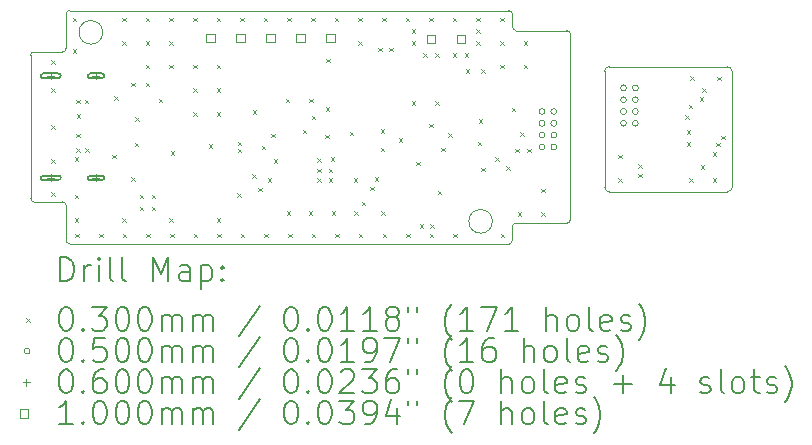
<source format=gbr>
%FSLAX45Y45*%
G04 Gerber Fmt 4.5, Leading zero omitted, Abs format (unit mm)*
G04 Created by KiCad (PCBNEW (6.0.1)) date 2023-03-18 21:32:50*
%MOMM*%
%LPD*%
G01*
G04 APERTURE LIST*
%TA.AperFunction,Profile*%
%ADD10C,0.100000*%
%TD*%
%ADD11C,0.200000*%
%ADD12C,0.030000*%
%ADD13C,0.050000*%
%ADD14C,0.060000*%
%ADD15C,0.100000*%
G04 APERTURE END LIST*
D10*
X8920000Y-15125000D02*
G75*
G03*
X8890000Y-15155000I0J-30000D01*
G01*
X5110000Y-15270000D02*
G75*
G03*
X5140000Y-15300000I30000J0D01*
G01*
X8860000Y-13325000D02*
X5140000Y-13325000D01*
X8860000Y-15300000D02*
G75*
G03*
X8890000Y-15270000I0J30000D01*
G01*
X5140000Y-13325000D02*
G75*
G03*
X5110000Y-13355000I0J-30000D01*
G01*
X10750000Y-13840000D02*
G75*
G03*
X10710000Y-13800000I-40000J0D01*
G01*
X10710000Y-14860000D02*
G75*
G03*
X10750000Y-14820000I0J40000D01*
G01*
X5110000Y-14975000D02*
G75*
G03*
X5080000Y-14945000I-30000J0D01*
G01*
X4840000Y-13675000D02*
G75*
G03*
X4810000Y-13705000I0J-30000D01*
G01*
X9350000Y-15125000D02*
G75*
G03*
X9380000Y-15095000I0J30000D01*
G01*
X9670000Y-13840000D02*
X9670000Y-14820000D01*
X5110000Y-14975000D02*
X5110000Y-15270000D01*
X5420000Y-13510000D02*
G75*
G03*
X5420000Y-13510000I-100000J0D01*
G01*
X9350000Y-13495000D02*
X8920000Y-13495000D01*
X9710000Y-13800000D02*
G75*
G03*
X9670000Y-13840000I0J-40000D01*
G01*
X9380000Y-13525000D02*
G75*
G03*
X9350000Y-13495000I-30000J0D01*
G01*
X4840000Y-14945000D02*
X5080000Y-14945000D01*
X8890000Y-13465000D02*
X8890000Y-13355000D01*
X9670000Y-14820000D02*
G75*
G03*
X9710000Y-14860000I40000J0D01*
G01*
X8890000Y-13465000D02*
G75*
G03*
X8920000Y-13495000I30000J0D01*
G01*
X5140000Y-15300000D02*
X8860000Y-15300000D01*
X5110000Y-13645000D02*
X5110000Y-13355000D01*
X4810000Y-14915000D02*
G75*
G03*
X4840000Y-14945000I30000J0D01*
G01*
X8890000Y-15270000D02*
X8890000Y-15155000D01*
X8920000Y-15125000D02*
X9350000Y-15125000D01*
X8890000Y-13355000D02*
G75*
G03*
X8860000Y-13325000I-30000J0D01*
G01*
X8720000Y-15110000D02*
G75*
G03*
X8720000Y-15110000I-100000J0D01*
G01*
X4810000Y-14915000D02*
X4810000Y-13705000D01*
X4840000Y-13675000D02*
X5080000Y-13675000D01*
X10750000Y-14820000D02*
X10750000Y-13840000D01*
X9710000Y-14860000D02*
X10710000Y-14860000D01*
X9380000Y-15095000D02*
X9380000Y-13525000D01*
X10710000Y-13800000D02*
X9710000Y-13800000D01*
X5080000Y-13675000D02*
G75*
G03*
X5110000Y-13645000I0J30000D01*
G01*
D11*
D12*
X4985000Y-13745000D02*
X5015000Y-13775000D01*
X5015000Y-13745000D02*
X4985000Y-13775000D01*
X4985000Y-13985000D02*
X5015000Y-14015000D01*
X5015000Y-13985000D02*
X4985000Y-14015000D01*
X4985000Y-14295000D02*
X5015000Y-14325000D01*
X5015000Y-14295000D02*
X4985000Y-14325000D01*
X4985000Y-14585000D02*
X5015000Y-14615000D01*
X5015000Y-14585000D02*
X4985000Y-14615000D01*
X4985000Y-14865000D02*
X5015000Y-14895000D01*
X5015000Y-14865000D02*
X4985000Y-14895000D01*
X5165000Y-13385000D02*
X5195000Y-13415000D01*
X5195000Y-13385000D02*
X5165000Y-13415000D01*
X5165000Y-13655000D02*
X5195000Y-13685000D01*
X5195000Y-13655000D02*
X5165000Y-13685000D01*
X5185000Y-14565000D02*
X5215000Y-14595000D01*
X5215000Y-14565000D02*
X5185000Y-14595000D01*
X5185000Y-14885000D02*
X5215000Y-14915000D01*
X5215000Y-14885000D02*
X5185000Y-14915000D01*
X5185000Y-15085000D02*
X5215000Y-15115000D01*
X5215000Y-15085000D02*
X5185000Y-15115000D01*
X5190000Y-15215000D02*
X5220000Y-15245000D01*
X5220000Y-15215000D02*
X5190000Y-15245000D01*
X5195000Y-14080000D02*
X5225000Y-14110000D01*
X5225000Y-14080000D02*
X5195000Y-14110000D01*
X5195000Y-14370000D02*
X5225000Y-14400000D01*
X5225000Y-14370000D02*
X5195000Y-14400000D01*
X5195000Y-14490000D02*
X5225000Y-14520000D01*
X5225000Y-14490000D02*
X5195000Y-14520000D01*
X5200000Y-14205000D02*
X5230000Y-14235000D01*
X5230000Y-14205000D02*
X5200000Y-14235000D01*
X5270000Y-14080000D02*
X5300000Y-14110000D01*
X5300000Y-14080000D02*
X5270000Y-14110000D01*
X5272408Y-14490262D02*
X5302408Y-14520262D01*
X5302408Y-14490262D02*
X5272408Y-14520262D01*
X5390000Y-15215000D02*
X5420000Y-15245000D01*
X5420000Y-15215000D02*
X5390000Y-15245000D01*
X5500000Y-14545000D02*
X5530000Y-14575000D01*
X5530000Y-14545000D02*
X5500000Y-14575000D01*
X5520000Y-14050000D02*
X5550000Y-14080000D01*
X5550000Y-14050000D02*
X5520000Y-14080000D01*
X5585000Y-13385000D02*
X5615000Y-13415000D01*
X5615000Y-13385000D02*
X5585000Y-13415000D01*
X5585000Y-13585000D02*
X5615000Y-13615000D01*
X5615000Y-13585000D02*
X5585000Y-13615000D01*
X5585000Y-15085000D02*
X5615000Y-15115000D01*
X5615000Y-15085000D02*
X5585000Y-15115000D01*
X5590000Y-15215000D02*
X5620000Y-15245000D01*
X5620000Y-15215000D02*
X5590000Y-15245000D01*
X5660000Y-13935000D02*
X5690000Y-13965000D01*
X5690000Y-13935000D02*
X5660000Y-13965000D01*
X5660000Y-14735000D02*
X5690000Y-14765000D01*
X5690000Y-14735000D02*
X5660000Y-14765000D01*
X5690000Y-14445000D02*
X5720000Y-14475000D01*
X5720000Y-14445000D02*
X5690000Y-14475000D01*
X5695000Y-14230000D02*
X5725000Y-14260000D01*
X5725000Y-14230000D02*
X5695000Y-14260000D01*
X5735000Y-14885000D02*
X5765000Y-14915000D01*
X5765000Y-14885000D02*
X5735000Y-14915000D01*
X5735000Y-14985000D02*
X5765000Y-15015000D01*
X5765000Y-14985000D02*
X5735000Y-15015000D01*
X5785000Y-13385000D02*
X5815000Y-13415000D01*
X5815000Y-13385000D02*
X5785000Y-13415000D01*
X5785000Y-13585000D02*
X5815000Y-13615000D01*
X5815000Y-13585000D02*
X5785000Y-13615000D01*
X5785000Y-13785000D02*
X5815000Y-13815000D01*
X5815000Y-13785000D02*
X5785000Y-13815000D01*
X5785000Y-13935000D02*
X5815000Y-13965000D01*
X5815000Y-13935000D02*
X5785000Y-13965000D01*
X5790000Y-15215000D02*
X5820000Y-15245000D01*
X5820000Y-15215000D02*
X5790000Y-15245000D01*
X5835000Y-14885000D02*
X5865000Y-14915000D01*
X5865000Y-14885000D02*
X5835000Y-14915000D01*
X5835000Y-14985000D02*
X5865000Y-15015000D01*
X5865000Y-14985000D02*
X5835000Y-15015000D01*
X5895000Y-14070000D02*
X5925000Y-14100000D01*
X5925000Y-14070000D02*
X5895000Y-14100000D01*
X5984901Y-15084092D02*
X6014901Y-15114092D01*
X6014901Y-15084092D02*
X5984901Y-15114092D01*
X5985000Y-13385000D02*
X6015000Y-13415000D01*
X6015000Y-13385000D02*
X5985000Y-13415000D01*
X5985000Y-13585000D02*
X6015000Y-13615000D01*
X6015000Y-13585000D02*
X5985000Y-13615000D01*
X5985000Y-13785000D02*
X6015000Y-13815000D01*
X6015000Y-13785000D02*
X5985000Y-13815000D01*
X5990000Y-15215000D02*
X6020000Y-15245000D01*
X6020000Y-15215000D02*
X5990000Y-15245000D01*
X5995000Y-14515000D02*
X6025000Y-14545000D01*
X6025000Y-14515000D02*
X5995000Y-14545000D01*
X6185000Y-13385000D02*
X6215000Y-13415000D01*
X6215000Y-13385000D02*
X6185000Y-13415000D01*
X6185000Y-13785000D02*
X6215000Y-13815000D01*
X6215000Y-13785000D02*
X6185000Y-13815000D01*
X6185000Y-13985000D02*
X6215000Y-14015000D01*
X6215000Y-13985000D02*
X6185000Y-14015000D01*
X6185000Y-14185000D02*
X6215000Y-14215000D01*
X6215000Y-14185000D02*
X6185000Y-14215000D01*
X6190000Y-15215000D02*
X6220000Y-15245000D01*
X6220000Y-15215000D02*
X6190000Y-15245000D01*
X6320000Y-14455000D02*
X6350000Y-14485000D01*
X6350000Y-14455000D02*
X6320000Y-14485000D01*
X6385000Y-13385000D02*
X6415000Y-13415000D01*
X6415000Y-13385000D02*
X6385000Y-13415000D01*
X6385000Y-13785000D02*
X6415000Y-13815000D01*
X6415000Y-13785000D02*
X6385000Y-13815000D01*
X6385000Y-13985000D02*
X6415000Y-14015000D01*
X6415000Y-13985000D02*
X6385000Y-14015000D01*
X6385000Y-14185000D02*
X6415000Y-14215000D01*
X6415000Y-14185000D02*
X6385000Y-14215000D01*
X6385000Y-15085000D02*
X6415000Y-15115000D01*
X6415000Y-15085000D02*
X6385000Y-15115000D01*
X6390000Y-15215000D02*
X6420000Y-15245000D01*
X6420000Y-15215000D02*
X6390000Y-15245000D01*
X6558740Y-14874083D02*
X6588740Y-14904083D01*
X6588740Y-14874083D02*
X6558740Y-14904083D01*
X6565000Y-14435000D02*
X6595000Y-14465000D01*
X6595000Y-14435000D02*
X6565000Y-14465000D01*
X6565000Y-14495000D02*
X6595000Y-14525000D01*
X6595000Y-14495000D02*
X6565000Y-14525000D01*
X6585000Y-13385000D02*
X6615000Y-13415000D01*
X6615000Y-13385000D02*
X6585000Y-13415000D01*
X6590000Y-15215000D02*
X6620000Y-15245000D01*
X6620000Y-15215000D02*
X6590000Y-15245000D01*
X6685000Y-14710000D02*
X6715000Y-14740000D01*
X6715000Y-14710000D02*
X6685000Y-14740000D01*
X6690000Y-14170000D02*
X6720000Y-14200000D01*
X6720000Y-14170000D02*
X6690000Y-14200000D01*
X6735000Y-14825000D02*
X6765000Y-14855000D01*
X6765000Y-14825000D02*
X6735000Y-14855000D01*
X6765000Y-14470000D02*
X6795000Y-14500000D01*
X6795000Y-14470000D02*
X6765000Y-14500000D01*
X6785000Y-13385000D02*
X6815000Y-13415000D01*
X6815000Y-13385000D02*
X6785000Y-13415000D01*
X6790000Y-15215000D02*
X6820000Y-15245000D01*
X6820000Y-15215000D02*
X6790000Y-15245000D01*
X6817450Y-14745000D02*
X6847450Y-14775000D01*
X6847450Y-14745000D02*
X6817450Y-14775000D01*
X6845000Y-14370000D02*
X6875000Y-14400000D01*
X6875000Y-14370000D02*
X6845000Y-14400000D01*
X6867450Y-14585000D02*
X6897450Y-14615000D01*
X6897450Y-14585000D02*
X6867450Y-14615000D01*
X6970000Y-14070000D02*
X7000000Y-14100000D01*
X7000000Y-14070000D02*
X6970000Y-14100000D01*
X6980000Y-15025000D02*
X7010000Y-15055000D01*
X7010000Y-15025000D02*
X6980000Y-15055000D01*
X6985000Y-13385000D02*
X7015000Y-13415000D01*
X7015000Y-13385000D02*
X6985000Y-13415000D01*
X6990000Y-15215000D02*
X7020000Y-15245000D01*
X7020000Y-15215000D02*
X6990000Y-15245000D01*
X7115384Y-14332550D02*
X7145384Y-14362550D01*
X7145384Y-14332550D02*
X7115384Y-14362550D01*
X7165000Y-15025000D02*
X7195000Y-15055000D01*
X7195000Y-15025000D02*
X7165000Y-15055000D01*
X7170000Y-14070000D02*
X7200000Y-14100000D01*
X7200000Y-14070000D02*
X7170000Y-14100000D01*
X7185000Y-13385000D02*
X7215000Y-13415000D01*
X7215000Y-13385000D02*
X7185000Y-13415000D01*
X7190000Y-14215000D02*
X7220000Y-14245000D01*
X7220000Y-14215000D02*
X7190000Y-14245000D01*
X7190000Y-15215000D02*
X7220000Y-15245000D01*
X7220000Y-15215000D02*
X7190000Y-15245000D01*
X7235000Y-14575000D02*
X7265000Y-14605000D01*
X7265000Y-14575000D02*
X7235000Y-14605000D01*
X7235000Y-14665000D02*
X7265000Y-14695000D01*
X7265000Y-14665000D02*
X7235000Y-14695000D01*
X7235000Y-14745000D02*
X7265000Y-14775000D01*
X7265000Y-14745000D02*
X7235000Y-14775000D01*
X7305000Y-14377550D02*
X7335000Y-14407550D01*
X7335000Y-14377550D02*
X7305000Y-14407550D01*
X7310000Y-14145000D02*
X7340000Y-14175000D01*
X7340000Y-14145000D02*
X7310000Y-14175000D01*
X7315000Y-13735000D02*
X7345000Y-13765000D01*
X7345000Y-13735000D02*
X7315000Y-13765000D01*
X7335000Y-14665000D02*
X7365000Y-14695000D01*
X7365000Y-14665000D02*
X7335000Y-14695000D01*
X7335000Y-14745000D02*
X7365000Y-14775000D01*
X7365000Y-14745000D02*
X7335000Y-14775000D01*
X7350000Y-14565000D02*
X7380000Y-14595000D01*
X7380000Y-14565000D02*
X7350000Y-14595000D01*
X7360000Y-15025000D02*
X7390000Y-15055000D01*
X7390000Y-15025000D02*
X7360000Y-15055000D01*
X7385000Y-13385000D02*
X7415000Y-13415000D01*
X7415000Y-13385000D02*
X7385000Y-13415000D01*
X7390000Y-15215000D02*
X7420000Y-15245000D01*
X7420000Y-15215000D02*
X7390000Y-15245000D01*
X7511490Y-14352450D02*
X7541490Y-14382450D01*
X7541490Y-14352450D02*
X7511490Y-14382450D01*
X7545000Y-14745000D02*
X7575000Y-14775000D01*
X7575000Y-14745000D02*
X7545000Y-14775000D01*
X7550000Y-15025000D02*
X7580000Y-15055000D01*
X7580000Y-15025000D02*
X7550000Y-15055000D01*
X7585000Y-13385000D02*
X7615000Y-13415000D01*
X7615000Y-13385000D02*
X7585000Y-13415000D01*
X7585000Y-13585000D02*
X7615000Y-13615000D01*
X7615000Y-13585000D02*
X7585000Y-13615000D01*
X7590000Y-15215000D02*
X7620000Y-15245000D01*
X7620000Y-15215000D02*
X7590000Y-15245000D01*
X7615000Y-14943200D02*
X7645000Y-14973200D01*
X7645000Y-14943200D02*
X7615000Y-14973200D01*
X7685000Y-14815000D02*
X7715000Y-14845000D01*
X7715000Y-14815000D02*
X7685000Y-14845000D01*
X7725000Y-14735000D02*
X7755000Y-14765000D01*
X7755000Y-14735000D02*
X7725000Y-14765000D01*
X7755000Y-13640000D02*
X7785000Y-13670000D01*
X7785000Y-13640000D02*
X7755000Y-13670000D01*
X7775000Y-14485000D02*
X7805000Y-14515000D01*
X7805000Y-14485000D02*
X7775000Y-14515000D01*
X7775850Y-14328006D02*
X7805850Y-14358006D01*
X7805850Y-14328006D02*
X7775850Y-14358006D01*
X7780000Y-15025000D02*
X7810000Y-15055000D01*
X7810000Y-15025000D02*
X7780000Y-15055000D01*
X7785000Y-13385000D02*
X7815000Y-13415000D01*
X7815000Y-13385000D02*
X7785000Y-13415000D01*
X7790000Y-15215000D02*
X7820000Y-15245000D01*
X7820000Y-15215000D02*
X7790000Y-15245000D01*
X7845000Y-13640000D02*
X7875000Y-13670000D01*
X7875000Y-13640000D02*
X7845000Y-13670000D01*
X7925000Y-14405000D02*
X7955000Y-14435000D01*
X7955000Y-14405000D02*
X7925000Y-14435000D01*
X7985000Y-13385000D02*
X8015000Y-13415000D01*
X8015000Y-13385000D02*
X7985000Y-13415000D01*
X7990000Y-15215000D02*
X8020000Y-15245000D01*
X8020000Y-15215000D02*
X7990000Y-15245000D01*
X8035000Y-13485000D02*
X8065000Y-13515000D01*
X8065000Y-13485000D02*
X8035000Y-13515000D01*
X8035000Y-13585000D02*
X8065000Y-13615000D01*
X8065000Y-13585000D02*
X8035000Y-13615000D01*
X8035000Y-14095000D02*
X8065000Y-14125000D01*
X8065000Y-14095000D02*
X8035000Y-14125000D01*
X8075000Y-14605000D02*
X8105000Y-14635000D01*
X8105000Y-14605000D02*
X8075000Y-14635000D01*
X8105000Y-15135000D02*
X8135000Y-15165000D01*
X8135000Y-15135000D02*
X8105000Y-15165000D01*
X8135000Y-13685000D02*
X8165000Y-13715000D01*
X8165000Y-13685000D02*
X8135000Y-13715000D01*
X8185000Y-13385000D02*
X8215000Y-13415000D01*
X8215000Y-13385000D02*
X8185000Y-13415000D01*
X8185000Y-14285000D02*
X8215000Y-14315000D01*
X8215000Y-14285000D02*
X8185000Y-14315000D01*
X8190000Y-15215000D02*
X8220000Y-15245000D01*
X8220000Y-15215000D02*
X8190000Y-15245000D01*
X8195000Y-15135000D02*
X8225000Y-15165000D01*
X8225000Y-15135000D02*
X8195000Y-15165000D01*
X8235000Y-13685000D02*
X8265000Y-13715000D01*
X8265000Y-13685000D02*
X8235000Y-13715000D01*
X8235000Y-14095000D02*
X8265000Y-14125000D01*
X8265000Y-14095000D02*
X8235000Y-14125000D01*
X8257361Y-14851408D02*
X8287361Y-14881408D01*
X8287361Y-14851408D02*
X8257361Y-14881408D01*
X8285000Y-14485000D02*
X8315000Y-14515000D01*
X8315000Y-14485000D02*
X8285000Y-14515000D01*
X8345000Y-14365000D02*
X8375000Y-14395000D01*
X8375000Y-14365000D02*
X8345000Y-14395000D01*
X8385000Y-13385000D02*
X8415000Y-13415000D01*
X8415000Y-13385000D02*
X8385000Y-13415000D01*
X8385000Y-13685000D02*
X8415000Y-13715000D01*
X8415000Y-13685000D02*
X8385000Y-13715000D01*
X8390000Y-15215000D02*
X8420000Y-15245000D01*
X8420000Y-15215000D02*
X8390000Y-15245000D01*
X8485000Y-13685000D02*
X8515000Y-13715000D01*
X8515000Y-13685000D02*
X8485000Y-13715000D01*
X8495000Y-13820000D02*
X8525000Y-13850000D01*
X8525000Y-13820000D02*
X8495000Y-13850000D01*
X8585000Y-13385000D02*
X8615000Y-13415000D01*
X8615000Y-13385000D02*
X8585000Y-13415000D01*
X8585000Y-13485000D02*
X8615000Y-13515000D01*
X8615000Y-13485000D02*
X8585000Y-13515000D01*
X8585000Y-13585000D02*
X8615000Y-13615000D01*
X8615000Y-13585000D02*
X8585000Y-13615000D01*
X8595000Y-14435000D02*
X8625000Y-14465000D01*
X8625000Y-14435000D02*
X8595000Y-14465000D01*
X8605000Y-14245000D02*
X8635000Y-14275000D01*
X8635000Y-14245000D02*
X8605000Y-14275000D01*
X8625000Y-13820000D02*
X8655000Y-13850000D01*
X8655000Y-13820000D02*
X8625000Y-13850000D01*
X8625000Y-14655000D02*
X8655000Y-14685000D01*
X8655000Y-14655000D02*
X8625000Y-14685000D01*
X8745000Y-14565000D02*
X8775000Y-14595000D01*
X8775000Y-14565000D02*
X8745000Y-14595000D01*
X8785000Y-13385000D02*
X8815000Y-13415000D01*
X8815000Y-13385000D02*
X8785000Y-13415000D01*
X8785000Y-13585000D02*
X8815000Y-13615000D01*
X8815000Y-13585000D02*
X8785000Y-13615000D01*
X8785000Y-13785000D02*
X8815000Y-13815000D01*
X8815000Y-13785000D02*
X8785000Y-13815000D01*
X8790000Y-15215000D02*
X8820000Y-15245000D01*
X8820000Y-15215000D02*
X8790000Y-15245000D01*
X8835000Y-14645000D02*
X8865000Y-14675000D01*
X8865000Y-14645000D02*
X8835000Y-14675000D01*
X8885000Y-14147450D02*
X8915000Y-14177450D01*
X8915000Y-14147450D02*
X8885000Y-14177450D01*
X8915000Y-14495000D02*
X8945000Y-14525000D01*
X8945000Y-14495000D02*
X8915000Y-14525000D01*
X8935000Y-15035000D02*
X8965000Y-15065000D01*
X8965000Y-15035000D02*
X8935000Y-15065000D01*
X8955000Y-14355000D02*
X8985000Y-14385000D01*
X8985000Y-14355000D02*
X8955000Y-14385000D01*
X8985000Y-13585000D02*
X9015000Y-13615000D01*
X9015000Y-13585000D02*
X8985000Y-13615000D01*
X8985000Y-13785000D02*
X9015000Y-13815000D01*
X9015000Y-13785000D02*
X8985000Y-13815000D01*
X9015000Y-14495000D02*
X9045000Y-14525000D01*
X9045000Y-14495000D02*
X9015000Y-14525000D01*
X9135000Y-14835000D02*
X9165000Y-14865000D01*
X9165000Y-14835000D02*
X9135000Y-14865000D01*
X9135000Y-15035000D02*
X9165000Y-15065000D01*
X9165000Y-15035000D02*
X9135000Y-15065000D01*
X9785000Y-14545000D02*
X9815000Y-14575000D01*
X9815000Y-14545000D02*
X9785000Y-14575000D01*
X9785000Y-14745000D02*
X9815000Y-14775000D01*
X9815000Y-14745000D02*
X9785000Y-14775000D01*
X9955000Y-14625000D02*
X9985000Y-14655000D01*
X9985000Y-14625000D02*
X9955000Y-14655000D01*
X9955000Y-14705000D02*
X9985000Y-14735000D01*
X9985000Y-14705000D02*
X9955000Y-14735000D01*
X10352265Y-14210290D02*
X10382265Y-14240290D01*
X10382265Y-14210290D02*
X10352265Y-14240290D01*
X10364358Y-14340004D02*
X10394358Y-14370004D01*
X10394358Y-14340004D02*
X10364358Y-14370004D01*
X10364360Y-14440003D02*
X10394360Y-14470003D01*
X10394360Y-14440003D02*
X10364360Y-14470003D01*
X10383275Y-14122955D02*
X10413275Y-14152955D01*
X10413275Y-14122955D02*
X10383275Y-14152955D01*
X10385000Y-14745000D02*
X10415000Y-14775000D01*
X10415000Y-14745000D02*
X10385000Y-14775000D01*
X10395000Y-13882647D02*
X10425000Y-13912647D01*
X10425000Y-13882647D02*
X10395000Y-13912647D01*
X10474300Y-14060982D02*
X10504300Y-14090982D01*
X10504300Y-14060982D02*
X10474300Y-14090982D01*
X10485000Y-14635000D02*
X10515000Y-14665000D01*
X10515000Y-14635000D02*
X10485000Y-14665000D01*
X10494495Y-13983624D02*
X10524495Y-14013624D01*
X10524495Y-13983624D02*
X10494495Y-14013624D01*
X10585000Y-14525000D02*
X10615000Y-14555000D01*
X10615000Y-14525000D02*
X10585000Y-14555000D01*
X10585000Y-14745000D02*
X10615000Y-14775000D01*
X10615000Y-14745000D02*
X10585000Y-14775000D01*
X10615000Y-14445000D02*
X10645000Y-14475000D01*
X10645000Y-14445000D02*
X10615000Y-14475000D01*
X10625000Y-13885000D02*
X10655000Y-13915000D01*
X10655000Y-13885000D02*
X10625000Y-13915000D01*
X10655000Y-14385000D02*
X10685000Y-14415000D01*
X10685000Y-14385000D02*
X10655000Y-14415000D01*
D13*
X9165000Y-14180000D02*
G75*
G03*
X9165000Y-14180000I-25000J0D01*
G01*
X9165000Y-14280000D02*
G75*
G03*
X9165000Y-14280000I-25000J0D01*
G01*
X9165000Y-14380000D02*
G75*
G03*
X9165000Y-14380000I-25000J0D01*
G01*
X9165000Y-14480000D02*
G75*
G03*
X9165000Y-14480000I-25000J0D01*
G01*
X9265000Y-14180000D02*
G75*
G03*
X9265000Y-14180000I-25000J0D01*
G01*
X9265000Y-14280000D02*
G75*
G03*
X9265000Y-14280000I-25000J0D01*
G01*
X9265000Y-14380000D02*
G75*
G03*
X9265000Y-14380000I-25000J0D01*
G01*
X9265000Y-14480000D02*
G75*
G03*
X9265000Y-14480000I-25000J0D01*
G01*
X9855000Y-13980000D02*
G75*
G03*
X9855000Y-13980000I-25000J0D01*
G01*
X9855000Y-14080000D02*
G75*
G03*
X9855000Y-14080000I-25000J0D01*
G01*
X9855000Y-14180000D02*
G75*
G03*
X9855000Y-14180000I-25000J0D01*
G01*
X9855000Y-14280000D02*
G75*
G03*
X9855000Y-14280000I-25000J0D01*
G01*
X9955000Y-13980000D02*
G75*
G03*
X9955000Y-13980000I-25000J0D01*
G01*
X9955000Y-14080000D02*
G75*
G03*
X9955000Y-14080000I-25000J0D01*
G01*
X9955000Y-14180000D02*
G75*
G03*
X9955000Y-14180000I-25000J0D01*
G01*
X9955000Y-14280000D02*
G75*
G03*
X9955000Y-14280000I-25000J0D01*
G01*
D14*
X4980000Y-13848000D02*
X4980000Y-13908000D01*
X4950000Y-13878000D02*
X5010000Y-13878000D01*
D11*
X5045000Y-13858000D02*
X4915000Y-13858000D01*
X5045000Y-13898000D02*
X4915000Y-13898000D01*
X4915000Y-13858000D02*
G75*
G03*
X4915000Y-13898000I0J-20000D01*
G01*
X5045000Y-13898000D02*
G75*
G03*
X5045000Y-13858000I0J20000D01*
G01*
D14*
X4980000Y-14712000D02*
X4980000Y-14772000D01*
X4950000Y-14742000D02*
X5010000Y-14742000D01*
D11*
X5045000Y-14722000D02*
X4915000Y-14722000D01*
X5045000Y-14762000D02*
X4915000Y-14762000D01*
X4915000Y-14722000D02*
G75*
G03*
X4915000Y-14762000I0J-20000D01*
G01*
X5045000Y-14762000D02*
G75*
G03*
X5045000Y-14722000I0J20000D01*
G01*
D14*
X5362500Y-13848000D02*
X5362500Y-13908000D01*
X5332500Y-13878000D02*
X5392500Y-13878000D01*
D11*
X5412500Y-13858000D02*
X5312500Y-13858000D01*
X5412500Y-13898000D02*
X5312500Y-13898000D01*
X5312500Y-13858000D02*
G75*
G03*
X5312500Y-13898000I0J-20000D01*
G01*
X5412500Y-13898000D02*
G75*
G03*
X5412500Y-13858000I0J20000D01*
G01*
D14*
X5362500Y-14712000D02*
X5362500Y-14772000D01*
X5332500Y-14742000D02*
X5392500Y-14742000D01*
D11*
X5412500Y-14722000D02*
X5312500Y-14722000D01*
X5412500Y-14762000D02*
X5312500Y-14762000D01*
X5312500Y-14722000D02*
G75*
G03*
X5312500Y-14762000I0J-20000D01*
G01*
X5412500Y-14762000D02*
G75*
G03*
X5412500Y-14722000I0J20000D01*
G01*
D15*
X6367856Y-13595356D02*
X6367856Y-13524644D01*
X6297144Y-13524644D01*
X6297144Y-13595356D01*
X6367856Y-13595356D01*
X6621856Y-13595356D02*
X6621856Y-13524644D01*
X6551144Y-13524644D01*
X6551144Y-13595356D01*
X6621856Y-13595356D01*
X6875856Y-13595356D02*
X6875856Y-13524644D01*
X6805144Y-13524644D01*
X6805144Y-13595356D01*
X6875856Y-13595356D01*
X7129856Y-13595356D02*
X7129856Y-13524644D01*
X7059144Y-13524644D01*
X7059144Y-13595356D01*
X7129856Y-13595356D01*
X7383856Y-13595356D02*
X7383856Y-13524644D01*
X7313144Y-13524644D01*
X7313144Y-13595356D01*
X7383856Y-13595356D01*
X8237856Y-13600356D02*
X8237856Y-13529644D01*
X8167144Y-13529644D01*
X8167144Y-13600356D01*
X8237856Y-13600356D01*
X8491856Y-13600356D02*
X8491856Y-13529644D01*
X8421144Y-13529644D01*
X8421144Y-13600356D01*
X8491856Y-13600356D01*
D11*
X5062619Y-15615476D02*
X5062619Y-15415476D01*
X5110238Y-15415476D01*
X5138810Y-15425000D01*
X5157857Y-15444048D01*
X5167381Y-15463095D01*
X5176905Y-15501190D01*
X5176905Y-15529762D01*
X5167381Y-15567857D01*
X5157857Y-15586905D01*
X5138810Y-15605952D01*
X5110238Y-15615476D01*
X5062619Y-15615476D01*
X5262619Y-15615476D02*
X5262619Y-15482143D01*
X5262619Y-15520238D02*
X5272143Y-15501190D01*
X5281667Y-15491667D01*
X5300714Y-15482143D01*
X5319762Y-15482143D01*
X5386429Y-15615476D02*
X5386429Y-15482143D01*
X5386429Y-15415476D02*
X5376905Y-15425000D01*
X5386429Y-15434524D01*
X5395952Y-15425000D01*
X5386429Y-15415476D01*
X5386429Y-15434524D01*
X5510238Y-15615476D02*
X5491190Y-15605952D01*
X5481667Y-15586905D01*
X5481667Y-15415476D01*
X5615000Y-15615476D02*
X5595952Y-15605952D01*
X5586429Y-15586905D01*
X5586429Y-15415476D01*
X5843571Y-15615476D02*
X5843571Y-15415476D01*
X5910238Y-15558333D01*
X5976905Y-15415476D01*
X5976905Y-15615476D01*
X6157857Y-15615476D02*
X6157857Y-15510714D01*
X6148333Y-15491667D01*
X6129286Y-15482143D01*
X6091190Y-15482143D01*
X6072143Y-15491667D01*
X6157857Y-15605952D02*
X6138809Y-15615476D01*
X6091190Y-15615476D01*
X6072143Y-15605952D01*
X6062619Y-15586905D01*
X6062619Y-15567857D01*
X6072143Y-15548809D01*
X6091190Y-15539286D01*
X6138809Y-15539286D01*
X6157857Y-15529762D01*
X6253095Y-15482143D02*
X6253095Y-15682143D01*
X6253095Y-15491667D02*
X6272143Y-15482143D01*
X6310238Y-15482143D01*
X6329286Y-15491667D01*
X6338809Y-15501190D01*
X6348333Y-15520238D01*
X6348333Y-15577381D01*
X6338809Y-15596428D01*
X6329286Y-15605952D01*
X6310238Y-15615476D01*
X6272143Y-15615476D01*
X6253095Y-15605952D01*
X6434048Y-15596428D02*
X6443571Y-15605952D01*
X6434048Y-15615476D01*
X6424524Y-15605952D01*
X6434048Y-15596428D01*
X6434048Y-15615476D01*
X6434048Y-15491667D02*
X6443571Y-15501190D01*
X6434048Y-15510714D01*
X6424524Y-15501190D01*
X6434048Y-15491667D01*
X6434048Y-15510714D01*
D12*
X4775000Y-15930000D02*
X4805000Y-15960000D01*
X4805000Y-15930000D02*
X4775000Y-15960000D01*
D11*
X5100714Y-15835476D02*
X5119762Y-15835476D01*
X5138810Y-15845000D01*
X5148333Y-15854524D01*
X5157857Y-15873571D01*
X5167381Y-15911667D01*
X5167381Y-15959286D01*
X5157857Y-15997381D01*
X5148333Y-16016428D01*
X5138810Y-16025952D01*
X5119762Y-16035476D01*
X5100714Y-16035476D01*
X5081667Y-16025952D01*
X5072143Y-16016428D01*
X5062619Y-15997381D01*
X5053095Y-15959286D01*
X5053095Y-15911667D01*
X5062619Y-15873571D01*
X5072143Y-15854524D01*
X5081667Y-15845000D01*
X5100714Y-15835476D01*
X5253095Y-16016428D02*
X5262619Y-16025952D01*
X5253095Y-16035476D01*
X5243571Y-16025952D01*
X5253095Y-16016428D01*
X5253095Y-16035476D01*
X5329286Y-15835476D02*
X5453095Y-15835476D01*
X5386429Y-15911667D01*
X5415000Y-15911667D01*
X5434048Y-15921190D01*
X5443571Y-15930714D01*
X5453095Y-15949762D01*
X5453095Y-15997381D01*
X5443571Y-16016428D01*
X5434048Y-16025952D01*
X5415000Y-16035476D01*
X5357857Y-16035476D01*
X5338810Y-16025952D01*
X5329286Y-16016428D01*
X5576905Y-15835476D02*
X5595952Y-15835476D01*
X5615000Y-15845000D01*
X5624524Y-15854524D01*
X5634048Y-15873571D01*
X5643571Y-15911667D01*
X5643571Y-15959286D01*
X5634048Y-15997381D01*
X5624524Y-16016428D01*
X5615000Y-16025952D01*
X5595952Y-16035476D01*
X5576905Y-16035476D01*
X5557857Y-16025952D01*
X5548333Y-16016428D01*
X5538810Y-15997381D01*
X5529286Y-15959286D01*
X5529286Y-15911667D01*
X5538810Y-15873571D01*
X5548333Y-15854524D01*
X5557857Y-15845000D01*
X5576905Y-15835476D01*
X5767381Y-15835476D02*
X5786428Y-15835476D01*
X5805476Y-15845000D01*
X5815000Y-15854524D01*
X5824524Y-15873571D01*
X5834048Y-15911667D01*
X5834048Y-15959286D01*
X5824524Y-15997381D01*
X5815000Y-16016428D01*
X5805476Y-16025952D01*
X5786428Y-16035476D01*
X5767381Y-16035476D01*
X5748333Y-16025952D01*
X5738809Y-16016428D01*
X5729286Y-15997381D01*
X5719762Y-15959286D01*
X5719762Y-15911667D01*
X5729286Y-15873571D01*
X5738809Y-15854524D01*
X5748333Y-15845000D01*
X5767381Y-15835476D01*
X5919762Y-16035476D02*
X5919762Y-15902143D01*
X5919762Y-15921190D02*
X5929286Y-15911667D01*
X5948333Y-15902143D01*
X5976905Y-15902143D01*
X5995952Y-15911667D01*
X6005476Y-15930714D01*
X6005476Y-16035476D01*
X6005476Y-15930714D02*
X6015000Y-15911667D01*
X6034048Y-15902143D01*
X6062619Y-15902143D01*
X6081667Y-15911667D01*
X6091190Y-15930714D01*
X6091190Y-16035476D01*
X6186428Y-16035476D02*
X6186428Y-15902143D01*
X6186428Y-15921190D02*
X6195952Y-15911667D01*
X6215000Y-15902143D01*
X6243571Y-15902143D01*
X6262619Y-15911667D01*
X6272143Y-15930714D01*
X6272143Y-16035476D01*
X6272143Y-15930714D02*
X6281667Y-15911667D01*
X6300714Y-15902143D01*
X6329286Y-15902143D01*
X6348333Y-15911667D01*
X6357857Y-15930714D01*
X6357857Y-16035476D01*
X6748333Y-15825952D02*
X6576905Y-16083095D01*
X7005476Y-15835476D02*
X7024524Y-15835476D01*
X7043571Y-15845000D01*
X7053095Y-15854524D01*
X7062619Y-15873571D01*
X7072143Y-15911667D01*
X7072143Y-15959286D01*
X7062619Y-15997381D01*
X7053095Y-16016428D01*
X7043571Y-16025952D01*
X7024524Y-16035476D01*
X7005476Y-16035476D01*
X6986428Y-16025952D01*
X6976905Y-16016428D01*
X6967381Y-15997381D01*
X6957857Y-15959286D01*
X6957857Y-15911667D01*
X6967381Y-15873571D01*
X6976905Y-15854524D01*
X6986428Y-15845000D01*
X7005476Y-15835476D01*
X7157857Y-16016428D02*
X7167381Y-16025952D01*
X7157857Y-16035476D01*
X7148333Y-16025952D01*
X7157857Y-16016428D01*
X7157857Y-16035476D01*
X7291190Y-15835476D02*
X7310238Y-15835476D01*
X7329286Y-15845000D01*
X7338809Y-15854524D01*
X7348333Y-15873571D01*
X7357857Y-15911667D01*
X7357857Y-15959286D01*
X7348333Y-15997381D01*
X7338809Y-16016428D01*
X7329286Y-16025952D01*
X7310238Y-16035476D01*
X7291190Y-16035476D01*
X7272143Y-16025952D01*
X7262619Y-16016428D01*
X7253095Y-15997381D01*
X7243571Y-15959286D01*
X7243571Y-15911667D01*
X7253095Y-15873571D01*
X7262619Y-15854524D01*
X7272143Y-15845000D01*
X7291190Y-15835476D01*
X7548333Y-16035476D02*
X7434048Y-16035476D01*
X7491190Y-16035476D02*
X7491190Y-15835476D01*
X7472143Y-15864048D01*
X7453095Y-15883095D01*
X7434048Y-15892619D01*
X7738809Y-16035476D02*
X7624524Y-16035476D01*
X7681667Y-16035476D02*
X7681667Y-15835476D01*
X7662619Y-15864048D01*
X7643571Y-15883095D01*
X7624524Y-15892619D01*
X7853095Y-15921190D02*
X7834048Y-15911667D01*
X7824524Y-15902143D01*
X7815000Y-15883095D01*
X7815000Y-15873571D01*
X7824524Y-15854524D01*
X7834048Y-15845000D01*
X7853095Y-15835476D01*
X7891190Y-15835476D01*
X7910238Y-15845000D01*
X7919762Y-15854524D01*
X7929286Y-15873571D01*
X7929286Y-15883095D01*
X7919762Y-15902143D01*
X7910238Y-15911667D01*
X7891190Y-15921190D01*
X7853095Y-15921190D01*
X7834048Y-15930714D01*
X7824524Y-15940238D01*
X7815000Y-15959286D01*
X7815000Y-15997381D01*
X7824524Y-16016428D01*
X7834048Y-16025952D01*
X7853095Y-16035476D01*
X7891190Y-16035476D01*
X7910238Y-16025952D01*
X7919762Y-16016428D01*
X7929286Y-15997381D01*
X7929286Y-15959286D01*
X7919762Y-15940238D01*
X7910238Y-15930714D01*
X7891190Y-15921190D01*
X8005476Y-15835476D02*
X8005476Y-15873571D01*
X8081667Y-15835476D02*
X8081667Y-15873571D01*
X8376905Y-16111667D02*
X8367381Y-16102143D01*
X8348333Y-16073571D01*
X8338809Y-16054524D01*
X8329286Y-16025952D01*
X8319762Y-15978333D01*
X8319762Y-15940238D01*
X8329286Y-15892619D01*
X8338809Y-15864048D01*
X8348333Y-15845000D01*
X8367381Y-15816428D01*
X8376905Y-15806905D01*
X8557857Y-16035476D02*
X8443571Y-16035476D01*
X8500714Y-16035476D02*
X8500714Y-15835476D01*
X8481667Y-15864048D01*
X8462619Y-15883095D01*
X8443571Y-15892619D01*
X8624524Y-15835476D02*
X8757857Y-15835476D01*
X8672143Y-16035476D01*
X8938810Y-16035476D02*
X8824524Y-16035476D01*
X8881667Y-16035476D02*
X8881667Y-15835476D01*
X8862619Y-15864048D01*
X8843571Y-15883095D01*
X8824524Y-15892619D01*
X9176905Y-16035476D02*
X9176905Y-15835476D01*
X9262619Y-16035476D02*
X9262619Y-15930714D01*
X9253095Y-15911667D01*
X9234048Y-15902143D01*
X9205476Y-15902143D01*
X9186429Y-15911667D01*
X9176905Y-15921190D01*
X9386429Y-16035476D02*
X9367381Y-16025952D01*
X9357857Y-16016428D01*
X9348333Y-15997381D01*
X9348333Y-15940238D01*
X9357857Y-15921190D01*
X9367381Y-15911667D01*
X9386429Y-15902143D01*
X9415000Y-15902143D01*
X9434048Y-15911667D01*
X9443571Y-15921190D01*
X9453095Y-15940238D01*
X9453095Y-15997381D01*
X9443571Y-16016428D01*
X9434048Y-16025952D01*
X9415000Y-16035476D01*
X9386429Y-16035476D01*
X9567381Y-16035476D02*
X9548333Y-16025952D01*
X9538810Y-16006905D01*
X9538810Y-15835476D01*
X9719762Y-16025952D02*
X9700714Y-16035476D01*
X9662619Y-16035476D01*
X9643571Y-16025952D01*
X9634048Y-16006905D01*
X9634048Y-15930714D01*
X9643571Y-15911667D01*
X9662619Y-15902143D01*
X9700714Y-15902143D01*
X9719762Y-15911667D01*
X9729286Y-15930714D01*
X9729286Y-15949762D01*
X9634048Y-15968809D01*
X9805476Y-16025952D02*
X9824524Y-16035476D01*
X9862619Y-16035476D01*
X9881667Y-16025952D01*
X9891190Y-16006905D01*
X9891190Y-15997381D01*
X9881667Y-15978333D01*
X9862619Y-15968809D01*
X9834048Y-15968809D01*
X9815000Y-15959286D01*
X9805476Y-15940238D01*
X9805476Y-15930714D01*
X9815000Y-15911667D01*
X9834048Y-15902143D01*
X9862619Y-15902143D01*
X9881667Y-15911667D01*
X9957857Y-16111667D02*
X9967381Y-16102143D01*
X9986429Y-16073571D01*
X9995952Y-16054524D01*
X10005476Y-16025952D01*
X10015000Y-15978333D01*
X10015000Y-15940238D01*
X10005476Y-15892619D01*
X9995952Y-15864048D01*
X9986429Y-15845000D01*
X9967381Y-15816428D01*
X9957857Y-15806905D01*
D13*
X4805000Y-16209000D02*
G75*
G03*
X4805000Y-16209000I-25000J0D01*
G01*
D11*
X5100714Y-16099476D02*
X5119762Y-16099476D01*
X5138810Y-16109000D01*
X5148333Y-16118524D01*
X5157857Y-16137571D01*
X5167381Y-16175667D01*
X5167381Y-16223286D01*
X5157857Y-16261381D01*
X5148333Y-16280428D01*
X5138810Y-16289952D01*
X5119762Y-16299476D01*
X5100714Y-16299476D01*
X5081667Y-16289952D01*
X5072143Y-16280428D01*
X5062619Y-16261381D01*
X5053095Y-16223286D01*
X5053095Y-16175667D01*
X5062619Y-16137571D01*
X5072143Y-16118524D01*
X5081667Y-16109000D01*
X5100714Y-16099476D01*
X5253095Y-16280428D02*
X5262619Y-16289952D01*
X5253095Y-16299476D01*
X5243571Y-16289952D01*
X5253095Y-16280428D01*
X5253095Y-16299476D01*
X5443571Y-16099476D02*
X5348333Y-16099476D01*
X5338810Y-16194714D01*
X5348333Y-16185190D01*
X5367381Y-16175667D01*
X5415000Y-16175667D01*
X5434048Y-16185190D01*
X5443571Y-16194714D01*
X5453095Y-16213762D01*
X5453095Y-16261381D01*
X5443571Y-16280428D01*
X5434048Y-16289952D01*
X5415000Y-16299476D01*
X5367381Y-16299476D01*
X5348333Y-16289952D01*
X5338810Y-16280428D01*
X5576905Y-16099476D02*
X5595952Y-16099476D01*
X5615000Y-16109000D01*
X5624524Y-16118524D01*
X5634048Y-16137571D01*
X5643571Y-16175667D01*
X5643571Y-16223286D01*
X5634048Y-16261381D01*
X5624524Y-16280428D01*
X5615000Y-16289952D01*
X5595952Y-16299476D01*
X5576905Y-16299476D01*
X5557857Y-16289952D01*
X5548333Y-16280428D01*
X5538810Y-16261381D01*
X5529286Y-16223286D01*
X5529286Y-16175667D01*
X5538810Y-16137571D01*
X5548333Y-16118524D01*
X5557857Y-16109000D01*
X5576905Y-16099476D01*
X5767381Y-16099476D02*
X5786428Y-16099476D01*
X5805476Y-16109000D01*
X5815000Y-16118524D01*
X5824524Y-16137571D01*
X5834048Y-16175667D01*
X5834048Y-16223286D01*
X5824524Y-16261381D01*
X5815000Y-16280428D01*
X5805476Y-16289952D01*
X5786428Y-16299476D01*
X5767381Y-16299476D01*
X5748333Y-16289952D01*
X5738809Y-16280428D01*
X5729286Y-16261381D01*
X5719762Y-16223286D01*
X5719762Y-16175667D01*
X5729286Y-16137571D01*
X5738809Y-16118524D01*
X5748333Y-16109000D01*
X5767381Y-16099476D01*
X5919762Y-16299476D02*
X5919762Y-16166143D01*
X5919762Y-16185190D02*
X5929286Y-16175667D01*
X5948333Y-16166143D01*
X5976905Y-16166143D01*
X5995952Y-16175667D01*
X6005476Y-16194714D01*
X6005476Y-16299476D01*
X6005476Y-16194714D02*
X6015000Y-16175667D01*
X6034048Y-16166143D01*
X6062619Y-16166143D01*
X6081667Y-16175667D01*
X6091190Y-16194714D01*
X6091190Y-16299476D01*
X6186428Y-16299476D02*
X6186428Y-16166143D01*
X6186428Y-16185190D02*
X6195952Y-16175667D01*
X6215000Y-16166143D01*
X6243571Y-16166143D01*
X6262619Y-16175667D01*
X6272143Y-16194714D01*
X6272143Y-16299476D01*
X6272143Y-16194714D02*
X6281667Y-16175667D01*
X6300714Y-16166143D01*
X6329286Y-16166143D01*
X6348333Y-16175667D01*
X6357857Y-16194714D01*
X6357857Y-16299476D01*
X6748333Y-16089952D02*
X6576905Y-16347095D01*
X7005476Y-16099476D02*
X7024524Y-16099476D01*
X7043571Y-16109000D01*
X7053095Y-16118524D01*
X7062619Y-16137571D01*
X7072143Y-16175667D01*
X7072143Y-16223286D01*
X7062619Y-16261381D01*
X7053095Y-16280428D01*
X7043571Y-16289952D01*
X7024524Y-16299476D01*
X7005476Y-16299476D01*
X6986428Y-16289952D01*
X6976905Y-16280428D01*
X6967381Y-16261381D01*
X6957857Y-16223286D01*
X6957857Y-16175667D01*
X6967381Y-16137571D01*
X6976905Y-16118524D01*
X6986428Y-16109000D01*
X7005476Y-16099476D01*
X7157857Y-16280428D02*
X7167381Y-16289952D01*
X7157857Y-16299476D01*
X7148333Y-16289952D01*
X7157857Y-16280428D01*
X7157857Y-16299476D01*
X7291190Y-16099476D02*
X7310238Y-16099476D01*
X7329286Y-16109000D01*
X7338809Y-16118524D01*
X7348333Y-16137571D01*
X7357857Y-16175667D01*
X7357857Y-16223286D01*
X7348333Y-16261381D01*
X7338809Y-16280428D01*
X7329286Y-16289952D01*
X7310238Y-16299476D01*
X7291190Y-16299476D01*
X7272143Y-16289952D01*
X7262619Y-16280428D01*
X7253095Y-16261381D01*
X7243571Y-16223286D01*
X7243571Y-16175667D01*
X7253095Y-16137571D01*
X7262619Y-16118524D01*
X7272143Y-16109000D01*
X7291190Y-16099476D01*
X7548333Y-16299476D02*
X7434048Y-16299476D01*
X7491190Y-16299476D02*
X7491190Y-16099476D01*
X7472143Y-16128048D01*
X7453095Y-16147095D01*
X7434048Y-16156619D01*
X7643571Y-16299476D02*
X7681667Y-16299476D01*
X7700714Y-16289952D01*
X7710238Y-16280428D01*
X7729286Y-16251857D01*
X7738809Y-16213762D01*
X7738809Y-16137571D01*
X7729286Y-16118524D01*
X7719762Y-16109000D01*
X7700714Y-16099476D01*
X7662619Y-16099476D01*
X7643571Y-16109000D01*
X7634048Y-16118524D01*
X7624524Y-16137571D01*
X7624524Y-16185190D01*
X7634048Y-16204238D01*
X7643571Y-16213762D01*
X7662619Y-16223286D01*
X7700714Y-16223286D01*
X7719762Y-16213762D01*
X7729286Y-16204238D01*
X7738809Y-16185190D01*
X7805476Y-16099476D02*
X7938809Y-16099476D01*
X7853095Y-16299476D01*
X8005476Y-16099476D02*
X8005476Y-16137571D01*
X8081667Y-16099476D02*
X8081667Y-16137571D01*
X8376905Y-16375667D02*
X8367381Y-16366143D01*
X8348333Y-16337571D01*
X8338809Y-16318524D01*
X8329286Y-16289952D01*
X8319762Y-16242333D01*
X8319762Y-16204238D01*
X8329286Y-16156619D01*
X8338809Y-16128048D01*
X8348333Y-16109000D01*
X8367381Y-16080428D01*
X8376905Y-16070905D01*
X8557857Y-16299476D02*
X8443571Y-16299476D01*
X8500714Y-16299476D02*
X8500714Y-16099476D01*
X8481667Y-16128048D01*
X8462619Y-16147095D01*
X8443571Y-16156619D01*
X8729286Y-16099476D02*
X8691190Y-16099476D01*
X8672143Y-16109000D01*
X8662619Y-16118524D01*
X8643571Y-16147095D01*
X8634048Y-16185190D01*
X8634048Y-16261381D01*
X8643571Y-16280428D01*
X8653095Y-16289952D01*
X8672143Y-16299476D01*
X8710238Y-16299476D01*
X8729286Y-16289952D01*
X8738810Y-16280428D01*
X8748333Y-16261381D01*
X8748333Y-16213762D01*
X8738810Y-16194714D01*
X8729286Y-16185190D01*
X8710238Y-16175667D01*
X8672143Y-16175667D01*
X8653095Y-16185190D01*
X8643571Y-16194714D01*
X8634048Y-16213762D01*
X8986429Y-16299476D02*
X8986429Y-16099476D01*
X9072143Y-16299476D02*
X9072143Y-16194714D01*
X9062619Y-16175667D01*
X9043571Y-16166143D01*
X9015000Y-16166143D01*
X8995952Y-16175667D01*
X8986429Y-16185190D01*
X9195952Y-16299476D02*
X9176905Y-16289952D01*
X9167381Y-16280428D01*
X9157857Y-16261381D01*
X9157857Y-16204238D01*
X9167381Y-16185190D01*
X9176905Y-16175667D01*
X9195952Y-16166143D01*
X9224524Y-16166143D01*
X9243571Y-16175667D01*
X9253095Y-16185190D01*
X9262619Y-16204238D01*
X9262619Y-16261381D01*
X9253095Y-16280428D01*
X9243571Y-16289952D01*
X9224524Y-16299476D01*
X9195952Y-16299476D01*
X9376905Y-16299476D02*
X9357857Y-16289952D01*
X9348333Y-16270905D01*
X9348333Y-16099476D01*
X9529286Y-16289952D02*
X9510238Y-16299476D01*
X9472143Y-16299476D01*
X9453095Y-16289952D01*
X9443571Y-16270905D01*
X9443571Y-16194714D01*
X9453095Y-16175667D01*
X9472143Y-16166143D01*
X9510238Y-16166143D01*
X9529286Y-16175667D01*
X9538810Y-16194714D01*
X9538810Y-16213762D01*
X9443571Y-16232809D01*
X9615000Y-16289952D02*
X9634048Y-16299476D01*
X9672143Y-16299476D01*
X9691190Y-16289952D01*
X9700714Y-16270905D01*
X9700714Y-16261381D01*
X9691190Y-16242333D01*
X9672143Y-16232809D01*
X9643571Y-16232809D01*
X9624524Y-16223286D01*
X9615000Y-16204238D01*
X9615000Y-16194714D01*
X9624524Y-16175667D01*
X9643571Y-16166143D01*
X9672143Y-16166143D01*
X9691190Y-16175667D01*
X9767381Y-16375667D02*
X9776905Y-16366143D01*
X9795952Y-16337571D01*
X9805476Y-16318524D01*
X9815000Y-16289952D01*
X9824524Y-16242333D01*
X9824524Y-16204238D01*
X9815000Y-16156619D01*
X9805476Y-16128048D01*
X9795952Y-16109000D01*
X9776905Y-16080428D01*
X9767381Y-16070905D01*
D14*
X4775000Y-16443000D02*
X4775000Y-16503000D01*
X4745000Y-16473000D02*
X4805000Y-16473000D01*
D11*
X5100714Y-16363476D02*
X5119762Y-16363476D01*
X5138810Y-16373000D01*
X5148333Y-16382524D01*
X5157857Y-16401571D01*
X5167381Y-16439667D01*
X5167381Y-16487286D01*
X5157857Y-16525381D01*
X5148333Y-16544428D01*
X5138810Y-16553952D01*
X5119762Y-16563476D01*
X5100714Y-16563476D01*
X5081667Y-16553952D01*
X5072143Y-16544428D01*
X5062619Y-16525381D01*
X5053095Y-16487286D01*
X5053095Y-16439667D01*
X5062619Y-16401571D01*
X5072143Y-16382524D01*
X5081667Y-16373000D01*
X5100714Y-16363476D01*
X5253095Y-16544428D02*
X5262619Y-16553952D01*
X5253095Y-16563476D01*
X5243571Y-16553952D01*
X5253095Y-16544428D01*
X5253095Y-16563476D01*
X5434048Y-16363476D02*
X5395952Y-16363476D01*
X5376905Y-16373000D01*
X5367381Y-16382524D01*
X5348333Y-16411095D01*
X5338810Y-16449190D01*
X5338810Y-16525381D01*
X5348333Y-16544428D01*
X5357857Y-16553952D01*
X5376905Y-16563476D01*
X5415000Y-16563476D01*
X5434048Y-16553952D01*
X5443571Y-16544428D01*
X5453095Y-16525381D01*
X5453095Y-16477762D01*
X5443571Y-16458714D01*
X5434048Y-16449190D01*
X5415000Y-16439667D01*
X5376905Y-16439667D01*
X5357857Y-16449190D01*
X5348333Y-16458714D01*
X5338810Y-16477762D01*
X5576905Y-16363476D02*
X5595952Y-16363476D01*
X5615000Y-16373000D01*
X5624524Y-16382524D01*
X5634048Y-16401571D01*
X5643571Y-16439667D01*
X5643571Y-16487286D01*
X5634048Y-16525381D01*
X5624524Y-16544428D01*
X5615000Y-16553952D01*
X5595952Y-16563476D01*
X5576905Y-16563476D01*
X5557857Y-16553952D01*
X5548333Y-16544428D01*
X5538810Y-16525381D01*
X5529286Y-16487286D01*
X5529286Y-16439667D01*
X5538810Y-16401571D01*
X5548333Y-16382524D01*
X5557857Y-16373000D01*
X5576905Y-16363476D01*
X5767381Y-16363476D02*
X5786428Y-16363476D01*
X5805476Y-16373000D01*
X5815000Y-16382524D01*
X5824524Y-16401571D01*
X5834048Y-16439667D01*
X5834048Y-16487286D01*
X5824524Y-16525381D01*
X5815000Y-16544428D01*
X5805476Y-16553952D01*
X5786428Y-16563476D01*
X5767381Y-16563476D01*
X5748333Y-16553952D01*
X5738809Y-16544428D01*
X5729286Y-16525381D01*
X5719762Y-16487286D01*
X5719762Y-16439667D01*
X5729286Y-16401571D01*
X5738809Y-16382524D01*
X5748333Y-16373000D01*
X5767381Y-16363476D01*
X5919762Y-16563476D02*
X5919762Y-16430143D01*
X5919762Y-16449190D02*
X5929286Y-16439667D01*
X5948333Y-16430143D01*
X5976905Y-16430143D01*
X5995952Y-16439667D01*
X6005476Y-16458714D01*
X6005476Y-16563476D01*
X6005476Y-16458714D02*
X6015000Y-16439667D01*
X6034048Y-16430143D01*
X6062619Y-16430143D01*
X6081667Y-16439667D01*
X6091190Y-16458714D01*
X6091190Y-16563476D01*
X6186428Y-16563476D02*
X6186428Y-16430143D01*
X6186428Y-16449190D02*
X6195952Y-16439667D01*
X6215000Y-16430143D01*
X6243571Y-16430143D01*
X6262619Y-16439667D01*
X6272143Y-16458714D01*
X6272143Y-16563476D01*
X6272143Y-16458714D02*
X6281667Y-16439667D01*
X6300714Y-16430143D01*
X6329286Y-16430143D01*
X6348333Y-16439667D01*
X6357857Y-16458714D01*
X6357857Y-16563476D01*
X6748333Y-16353952D02*
X6576905Y-16611095D01*
X7005476Y-16363476D02*
X7024524Y-16363476D01*
X7043571Y-16373000D01*
X7053095Y-16382524D01*
X7062619Y-16401571D01*
X7072143Y-16439667D01*
X7072143Y-16487286D01*
X7062619Y-16525381D01*
X7053095Y-16544428D01*
X7043571Y-16553952D01*
X7024524Y-16563476D01*
X7005476Y-16563476D01*
X6986428Y-16553952D01*
X6976905Y-16544428D01*
X6967381Y-16525381D01*
X6957857Y-16487286D01*
X6957857Y-16439667D01*
X6967381Y-16401571D01*
X6976905Y-16382524D01*
X6986428Y-16373000D01*
X7005476Y-16363476D01*
X7157857Y-16544428D02*
X7167381Y-16553952D01*
X7157857Y-16563476D01*
X7148333Y-16553952D01*
X7157857Y-16544428D01*
X7157857Y-16563476D01*
X7291190Y-16363476D02*
X7310238Y-16363476D01*
X7329286Y-16373000D01*
X7338809Y-16382524D01*
X7348333Y-16401571D01*
X7357857Y-16439667D01*
X7357857Y-16487286D01*
X7348333Y-16525381D01*
X7338809Y-16544428D01*
X7329286Y-16553952D01*
X7310238Y-16563476D01*
X7291190Y-16563476D01*
X7272143Y-16553952D01*
X7262619Y-16544428D01*
X7253095Y-16525381D01*
X7243571Y-16487286D01*
X7243571Y-16439667D01*
X7253095Y-16401571D01*
X7262619Y-16382524D01*
X7272143Y-16373000D01*
X7291190Y-16363476D01*
X7434048Y-16382524D02*
X7443571Y-16373000D01*
X7462619Y-16363476D01*
X7510238Y-16363476D01*
X7529286Y-16373000D01*
X7538809Y-16382524D01*
X7548333Y-16401571D01*
X7548333Y-16420619D01*
X7538809Y-16449190D01*
X7424524Y-16563476D01*
X7548333Y-16563476D01*
X7615000Y-16363476D02*
X7738809Y-16363476D01*
X7672143Y-16439667D01*
X7700714Y-16439667D01*
X7719762Y-16449190D01*
X7729286Y-16458714D01*
X7738809Y-16477762D01*
X7738809Y-16525381D01*
X7729286Y-16544428D01*
X7719762Y-16553952D01*
X7700714Y-16563476D01*
X7643571Y-16563476D01*
X7624524Y-16553952D01*
X7615000Y-16544428D01*
X7910238Y-16363476D02*
X7872143Y-16363476D01*
X7853095Y-16373000D01*
X7843571Y-16382524D01*
X7824524Y-16411095D01*
X7815000Y-16449190D01*
X7815000Y-16525381D01*
X7824524Y-16544428D01*
X7834048Y-16553952D01*
X7853095Y-16563476D01*
X7891190Y-16563476D01*
X7910238Y-16553952D01*
X7919762Y-16544428D01*
X7929286Y-16525381D01*
X7929286Y-16477762D01*
X7919762Y-16458714D01*
X7910238Y-16449190D01*
X7891190Y-16439667D01*
X7853095Y-16439667D01*
X7834048Y-16449190D01*
X7824524Y-16458714D01*
X7815000Y-16477762D01*
X8005476Y-16363476D02*
X8005476Y-16401571D01*
X8081667Y-16363476D02*
X8081667Y-16401571D01*
X8376905Y-16639667D02*
X8367381Y-16630143D01*
X8348333Y-16601571D01*
X8338809Y-16582524D01*
X8329286Y-16553952D01*
X8319762Y-16506333D01*
X8319762Y-16468238D01*
X8329286Y-16420619D01*
X8338809Y-16392048D01*
X8348333Y-16373000D01*
X8367381Y-16344428D01*
X8376905Y-16334905D01*
X8491190Y-16363476D02*
X8510238Y-16363476D01*
X8529286Y-16373000D01*
X8538810Y-16382524D01*
X8548333Y-16401571D01*
X8557857Y-16439667D01*
X8557857Y-16487286D01*
X8548333Y-16525381D01*
X8538810Y-16544428D01*
X8529286Y-16553952D01*
X8510238Y-16563476D01*
X8491190Y-16563476D01*
X8472143Y-16553952D01*
X8462619Y-16544428D01*
X8453095Y-16525381D01*
X8443571Y-16487286D01*
X8443571Y-16439667D01*
X8453095Y-16401571D01*
X8462619Y-16382524D01*
X8472143Y-16373000D01*
X8491190Y-16363476D01*
X8795952Y-16563476D02*
X8795952Y-16363476D01*
X8881667Y-16563476D02*
X8881667Y-16458714D01*
X8872143Y-16439667D01*
X8853095Y-16430143D01*
X8824524Y-16430143D01*
X8805476Y-16439667D01*
X8795952Y-16449190D01*
X9005476Y-16563476D02*
X8986429Y-16553952D01*
X8976905Y-16544428D01*
X8967381Y-16525381D01*
X8967381Y-16468238D01*
X8976905Y-16449190D01*
X8986429Y-16439667D01*
X9005476Y-16430143D01*
X9034048Y-16430143D01*
X9053095Y-16439667D01*
X9062619Y-16449190D01*
X9072143Y-16468238D01*
X9072143Y-16525381D01*
X9062619Y-16544428D01*
X9053095Y-16553952D01*
X9034048Y-16563476D01*
X9005476Y-16563476D01*
X9186429Y-16563476D02*
X9167381Y-16553952D01*
X9157857Y-16534905D01*
X9157857Y-16363476D01*
X9338810Y-16553952D02*
X9319762Y-16563476D01*
X9281667Y-16563476D01*
X9262619Y-16553952D01*
X9253095Y-16534905D01*
X9253095Y-16458714D01*
X9262619Y-16439667D01*
X9281667Y-16430143D01*
X9319762Y-16430143D01*
X9338810Y-16439667D01*
X9348333Y-16458714D01*
X9348333Y-16477762D01*
X9253095Y-16496809D01*
X9424524Y-16553952D02*
X9443571Y-16563476D01*
X9481667Y-16563476D01*
X9500714Y-16553952D01*
X9510238Y-16534905D01*
X9510238Y-16525381D01*
X9500714Y-16506333D01*
X9481667Y-16496809D01*
X9453095Y-16496809D01*
X9434048Y-16487286D01*
X9424524Y-16468238D01*
X9424524Y-16458714D01*
X9434048Y-16439667D01*
X9453095Y-16430143D01*
X9481667Y-16430143D01*
X9500714Y-16439667D01*
X9748333Y-16487286D02*
X9900714Y-16487286D01*
X9824524Y-16563476D02*
X9824524Y-16411095D01*
X10234048Y-16430143D02*
X10234048Y-16563476D01*
X10186429Y-16353952D02*
X10138810Y-16496809D01*
X10262619Y-16496809D01*
X10481667Y-16553952D02*
X10500714Y-16563476D01*
X10538810Y-16563476D01*
X10557857Y-16553952D01*
X10567381Y-16534905D01*
X10567381Y-16525381D01*
X10557857Y-16506333D01*
X10538810Y-16496809D01*
X10510238Y-16496809D01*
X10491190Y-16487286D01*
X10481667Y-16468238D01*
X10481667Y-16458714D01*
X10491190Y-16439667D01*
X10510238Y-16430143D01*
X10538810Y-16430143D01*
X10557857Y-16439667D01*
X10681667Y-16563476D02*
X10662619Y-16553952D01*
X10653095Y-16534905D01*
X10653095Y-16363476D01*
X10786429Y-16563476D02*
X10767381Y-16553952D01*
X10757857Y-16544428D01*
X10748333Y-16525381D01*
X10748333Y-16468238D01*
X10757857Y-16449190D01*
X10767381Y-16439667D01*
X10786429Y-16430143D01*
X10815000Y-16430143D01*
X10834048Y-16439667D01*
X10843571Y-16449190D01*
X10853095Y-16468238D01*
X10853095Y-16525381D01*
X10843571Y-16544428D01*
X10834048Y-16553952D01*
X10815000Y-16563476D01*
X10786429Y-16563476D01*
X10910238Y-16430143D02*
X10986429Y-16430143D01*
X10938810Y-16363476D02*
X10938810Y-16534905D01*
X10948333Y-16553952D01*
X10967381Y-16563476D01*
X10986429Y-16563476D01*
X11043571Y-16553952D02*
X11062619Y-16563476D01*
X11100714Y-16563476D01*
X11119762Y-16553952D01*
X11129286Y-16534905D01*
X11129286Y-16525381D01*
X11119762Y-16506333D01*
X11100714Y-16496809D01*
X11072143Y-16496809D01*
X11053095Y-16487286D01*
X11043571Y-16468238D01*
X11043571Y-16458714D01*
X11053095Y-16439667D01*
X11072143Y-16430143D01*
X11100714Y-16430143D01*
X11119762Y-16439667D01*
X11195952Y-16639667D02*
X11205476Y-16630143D01*
X11224524Y-16601571D01*
X11234048Y-16582524D01*
X11243571Y-16553952D01*
X11253095Y-16506333D01*
X11253095Y-16468238D01*
X11243571Y-16420619D01*
X11234048Y-16392048D01*
X11224524Y-16373000D01*
X11205476Y-16344428D01*
X11195952Y-16334905D01*
D15*
X4790356Y-16772356D02*
X4790356Y-16701644D01*
X4719644Y-16701644D01*
X4719644Y-16772356D01*
X4790356Y-16772356D01*
D11*
X5167381Y-16827476D02*
X5053095Y-16827476D01*
X5110238Y-16827476D02*
X5110238Y-16627476D01*
X5091190Y-16656048D01*
X5072143Y-16675095D01*
X5053095Y-16684619D01*
X5253095Y-16808429D02*
X5262619Y-16817952D01*
X5253095Y-16827476D01*
X5243571Y-16817952D01*
X5253095Y-16808429D01*
X5253095Y-16827476D01*
X5386429Y-16627476D02*
X5405476Y-16627476D01*
X5424524Y-16637000D01*
X5434048Y-16646524D01*
X5443571Y-16665571D01*
X5453095Y-16703667D01*
X5453095Y-16751286D01*
X5443571Y-16789381D01*
X5434048Y-16808429D01*
X5424524Y-16817952D01*
X5405476Y-16827476D01*
X5386429Y-16827476D01*
X5367381Y-16817952D01*
X5357857Y-16808429D01*
X5348333Y-16789381D01*
X5338810Y-16751286D01*
X5338810Y-16703667D01*
X5348333Y-16665571D01*
X5357857Y-16646524D01*
X5367381Y-16637000D01*
X5386429Y-16627476D01*
X5576905Y-16627476D02*
X5595952Y-16627476D01*
X5615000Y-16637000D01*
X5624524Y-16646524D01*
X5634048Y-16665571D01*
X5643571Y-16703667D01*
X5643571Y-16751286D01*
X5634048Y-16789381D01*
X5624524Y-16808429D01*
X5615000Y-16817952D01*
X5595952Y-16827476D01*
X5576905Y-16827476D01*
X5557857Y-16817952D01*
X5548333Y-16808429D01*
X5538810Y-16789381D01*
X5529286Y-16751286D01*
X5529286Y-16703667D01*
X5538810Y-16665571D01*
X5548333Y-16646524D01*
X5557857Y-16637000D01*
X5576905Y-16627476D01*
X5767381Y-16627476D02*
X5786428Y-16627476D01*
X5805476Y-16637000D01*
X5815000Y-16646524D01*
X5824524Y-16665571D01*
X5834048Y-16703667D01*
X5834048Y-16751286D01*
X5824524Y-16789381D01*
X5815000Y-16808429D01*
X5805476Y-16817952D01*
X5786428Y-16827476D01*
X5767381Y-16827476D01*
X5748333Y-16817952D01*
X5738809Y-16808429D01*
X5729286Y-16789381D01*
X5719762Y-16751286D01*
X5719762Y-16703667D01*
X5729286Y-16665571D01*
X5738809Y-16646524D01*
X5748333Y-16637000D01*
X5767381Y-16627476D01*
X5919762Y-16827476D02*
X5919762Y-16694143D01*
X5919762Y-16713190D02*
X5929286Y-16703667D01*
X5948333Y-16694143D01*
X5976905Y-16694143D01*
X5995952Y-16703667D01*
X6005476Y-16722714D01*
X6005476Y-16827476D01*
X6005476Y-16722714D02*
X6015000Y-16703667D01*
X6034048Y-16694143D01*
X6062619Y-16694143D01*
X6081667Y-16703667D01*
X6091190Y-16722714D01*
X6091190Y-16827476D01*
X6186428Y-16827476D02*
X6186428Y-16694143D01*
X6186428Y-16713190D02*
X6195952Y-16703667D01*
X6215000Y-16694143D01*
X6243571Y-16694143D01*
X6262619Y-16703667D01*
X6272143Y-16722714D01*
X6272143Y-16827476D01*
X6272143Y-16722714D02*
X6281667Y-16703667D01*
X6300714Y-16694143D01*
X6329286Y-16694143D01*
X6348333Y-16703667D01*
X6357857Y-16722714D01*
X6357857Y-16827476D01*
X6748333Y-16617952D02*
X6576905Y-16875095D01*
X7005476Y-16627476D02*
X7024524Y-16627476D01*
X7043571Y-16637000D01*
X7053095Y-16646524D01*
X7062619Y-16665571D01*
X7072143Y-16703667D01*
X7072143Y-16751286D01*
X7062619Y-16789381D01*
X7053095Y-16808429D01*
X7043571Y-16817952D01*
X7024524Y-16827476D01*
X7005476Y-16827476D01*
X6986428Y-16817952D01*
X6976905Y-16808429D01*
X6967381Y-16789381D01*
X6957857Y-16751286D01*
X6957857Y-16703667D01*
X6967381Y-16665571D01*
X6976905Y-16646524D01*
X6986428Y-16637000D01*
X7005476Y-16627476D01*
X7157857Y-16808429D02*
X7167381Y-16817952D01*
X7157857Y-16827476D01*
X7148333Y-16817952D01*
X7157857Y-16808429D01*
X7157857Y-16827476D01*
X7291190Y-16627476D02*
X7310238Y-16627476D01*
X7329286Y-16637000D01*
X7338809Y-16646524D01*
X7348333Y-16665571D01*
X7357857Y-16703667D01*
X7357857Y-16751286D01*
X7348333Y-16789381D01*
X7338809Y-16808429D01*
X7329286Y-16817952D01*
X7310238Y-16827476D01*
X7291190Y-16827476D01*
X7272143Y-16817952D01*
X7262619Y-16808429D01*
X7253095Y-16789381D01*
X7243571Y-16751286D01*
X7243571Y-16703667D01*
X7253095Y-16665571D01*
X7262619Y-16646524D01*
X7272143Y-16637000D01*
X7291190Y-16627476D01*
X7424524Y-16627476D02*
X7548333Y-16627476D01*
X7481667Y-16703667D01*
X7510238Y-16703667D01*
X7529286Y-16713190D01*
X7538809Y-16722714D01*
X7548333Y-16741762D01*
X7548333Y-16789381D01*
X7538809Y-16808429D01*
X7529286Y-16817952D01*
X7510238Y-16827476D01*
X7453095Y-16827476D01*
X7434048Y-16817952D01*
X7424524Y-16808429D01*
X7643571Y-16827476D02*
X7681667Y-16827476D01*
X7700714Y-16817952D01*
X7710238Y-16808429D01*
X7729286Y-16779857D01*
X7738809Y-16741762D01*
X7738809Y-16665571D01*
X7729286Y-16646524D01*
X7719762Y-16637000D01*
X7700714Y-16627476D01*
X7662619Y-16627476D01*
X7643571Y-16637000D01*
X7634048Y-16646524D01*
X7624524Y-16665571D01*
X7624524Y-16713190D01*
X7634048Y-16732238D01*
X7643571Y-16741762D01*
X7662619Y-16751286D01*
X7700714Y-16751286D01*
X7719762Y-16741762D01*
X7729286Y-16732238D01*
X7738809Y-16713190D01*
X7910238Y-16694143D02*
X7910238Y-16827476D01*
X7862619Y-16617952D02*
X7815000Y-16760809D01*
X7938809Y-16760809D01*
X8005476Y-16627476D02*
X8005476Y-16665571D01*
X8081667Y-16627476D02*
X8081667Y-16665571D01*
X8376905Y-16903667D02*
X8367381Y-16894143D01*
X8348333Y-16865571D01*
X8338809Y-16846524D01*
X8329286Y-16817952D01*
X8319762Y-16770333D01*
X8319762Y-16732238D01*
X8329286Y-16684619D01*
X8338809Y-16656048D01*
X8348333Y-16637000D01*
X8367381Y-16608428D01*
X8376905Y-16598905D01*
X8434048Y-16627476D02*
X8567381Y-16627476D01*
X8481667Y-16827476D01*
X8795952Y-16827476D02*
X8795952Y-16627476D01*
X8881667Y-16827476D02*
X8881667Y-16722714D01*
X8872143Y-16703667D01*
X8853095Y-16694143D01*
X8824524Y-16694143D01*
X8805476Y-16703667D01*
X8795952Y-16713190D01*
X9005476Y-16827476D02*
X8986429Y-16817952D01*
X8976905Y-16808429D01*
X8967381Y-16789381D01*
X8967381Y-16732238D01*
X8976905Y-16713190D01*
X8986429Y-16703667D01*
X9005476Y-16694143D01*
X9034048Y-16694143D01*
X9053095Y-16703667D01*
X9062619Y-16713190D01*
X9072143Y-16732238D01*
X9072143Y-16789381D01*
X9062619Y-16808429D01*
X9053095Y-16817952D01*
X9034048Y-16827476D01*
X9005476Y-16827476D01*
X9186429Y-16827476D02*
X9167381Y-16817952D01*
X9157857Y-16798905D01*
X9157857Y-16627476D01*
X9338810Y-16817952D02*
X9319762Y-16827476D01*
X9281667Y-16827476D01*
X9262619Y-16817952D01*
X9253095Y-16798905D01*
X9253095Y-16722714D01*
X9262619Y-16703667D01*
X9281667Y-16694143D01*
X9319762Y-16694143D01*
X9338810Y-16703667D01*
X9348333Y-16722714D01*
X9348333Y-16741762D01*
X9253095Y-16760809D01*
X9424524Y-16817952D02*
X9443571Y-16827476D01*
X9481667Y-16827476D01*
X9500714Y-16817952D01*
X9510238Y-16798905D01*
X9510238Y-16789381D01*
X9500714Y-16770333D01*
X9481667Y-16760809D01*
X9453095Y-16760809D01*
X9434048Y-16751286D01*
X9424524Y-16732238D01*
X9424524Y-16722714D01*
X9434048Y-16703667D01*
X9453095Y-16694143D01*
X9481667Y-16694143D01*
X9500714Y-16703667D01*
X9576905Y-16903667D02*
X9586429Y-16894143D01*
X9605476Y-16865571D01*
X9615000Y-16846524D01*
X9624524Y-16817952D01*
X9634048Y-16770333D01*
X9634048Y-16732238D01*
X9624524Y-16684619D01*
X9615000Y-16656048D01*
X9605476Y-16637000D01*
X9586429Y-16608428D01*
X9576905Y-16598905D01*
M02*

</source>
